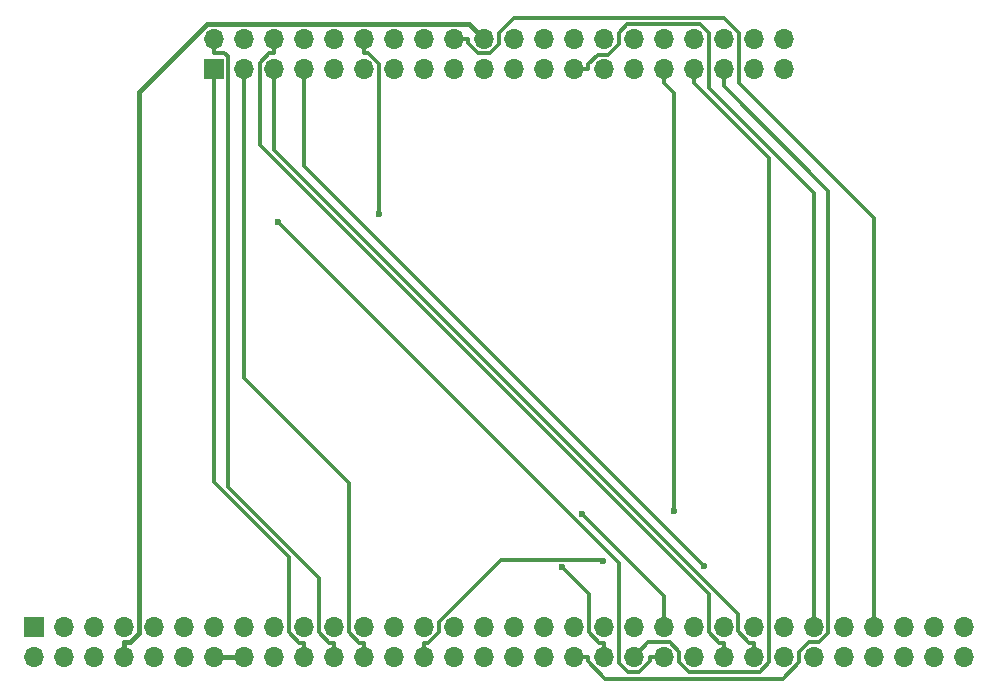
<source format=gbr>
%TF.GenerationSoftware,KiCad,Pcbnew,8.0.5*%
%TF.CreationDate,2024-10-04T15:35:42-04:00*%
%TF.ProjectId,TS 2068 Adapter,54532032-3036-4382-9041-646170746572,rev?*%
%TF.SameCoordinates,Original*%
%TF.FileFunction,Copper,L1,Top*%
%TF.FilePolarity,Positive*%
%FSLAX46Y46*%
G04 Gerber Fmt 4.6, Leading zero omitted, Abs format (unit mm)*
G04 Created by KiCad (PCBNEW 8.0.5) date 2024-10-04 15:35:42*
%MOMM*%
%LPD*%
G01*
G04 APERTURE LIST*
%TA.AperFunction,ComponentPad*%
%ADD10R,1.700000X1.700000*%
%TD*%
%TA.AperFunction,ComponentPad*%
%ADD11O,1.700000X1.700000*%
%TD*%
%TA.AperFunction,ViaPad*%
%ADD12C,0.600000*%
%TD*%
%TA.AperFunction,Conductor*%
%ADD13C,0.300000*%
%TD*%
%TA.AperFunction,Conductor*%
%ADD14C,0.400000*%
%TD*%
G04 APERTURE END LIST*
D10*
%TO.P,J1,1,Pin_1*%
%TO.N,/Z80_A0*%
X77724000Y-97536000D03*
D11*
%TO.P,J1,2,Pin_2*%
%TO.N,/Z80_A1*%
X77724000Y-94996000D03*
%TO.P,J1,3,Pin_3*%
%TO.N,/Z80_A2*%
X80264000Y-97536000D03*
%TO.P,J1,4,Pin_4*%
%TO.N,/Z80_A3*%
X80264000Y-94996000D03*
%TO.P,J1,5,Pin_5*%
%TO.N,/Z80_A4*%
X82804000Y-97536000D03*
%TO.P,J1,6,Pin_6*%
%TO.N,/Z80_A5*%
X82804000Y-94996000D03*
%TO.P,J1,7,Pin_7*%
%TO.N,/Z80_A6*%
X85344000Y-97536000D03*
%TO.P,J1,8,Pin_8*%
%TO.N,/Z80_A7*%
X85344000Y-94996000D03*
%TO.P,J1,9,Pin_9*%
%TO.N,/Z80_D0*%
X87884000Y-97536000D03*
%TO.P,J1,10,Pin_10*%
%TO.N,/Z80_D1*%
X87884000Y-94996000D03*
%TO.P,J1,11,Pin_11*%
%TO.N,/Z80_D2*%
X90424000Y-97536000D03*
%TO.P,J1,12,Pin_12*%
%TO.N,/Z80_D3*%
X90424000Y-94996000D03*
%TO.P,J1,13,Pin_13*%
%TO.N,/Z80_D4*%
X92964000Y-97536000D03*
%TO.P,J1,14,Pin_14*%
%TO.N,/Z80_D5*%
X92964000Y-94996000D03*
%TO.P,J1,15,Pin_15*%
%TO.N,/Z80_D6*%
X95504000Y-97536000D03*
%TO.P,J1,16,Pin_16*%
%TO.N,/Z80_D7*%
X95504000Y-94996000D03*
%TO.P,J1,17,Pin_17*%
%TO.N,/SPARE1*%
X98044000Y-97536000D03*
%TO.P,J1,18,Pin_18*%
%TO.N,/SPARE2*%
X98044000Y-94996000D03*
%TO.P,J1,19,Pin_19*%
%TO.N,/SPARE3*%
X100584000Y-97536000D03*
%TO.P,J1,20,Pin_20*%
%TO.N,/5V*%
X100584000Y-94996000D03*
%TO.P,J1,21,Pin_21*%
%TO.N,/GND*%
X103124000Y-97536000D03*
%TO.P,J1,22,Pin_22*%
%TO.N,/SPARE4*%
X103124000Y-94996000D03*
%TO.P,J1,23,Pin_23*%
%TO.N,/RESET*%
X105664000Y-97536000D03*
%TO.P,J1,24,Pin_24*%
%TO.N,/BUSACK*%
X105664000Y-94996000D03*
%TO.P,J1,25,Pin_25*%
%TO.N,/ROMCS*%
X108204000Y-97536000D03*
%TO.P,J1,26,Pin_26*%
%TO.N,/NMI*%
X108204000Y-94996000D03*
%TO.P,J1,27,Pin_27*%
%TO.N,/WAIT*%
X110744000Y-97536000D03*
%TO.P,J1,28,Pin_28*%
%TO.N,/BUSRQ*%
X110744000Y-94996000D03*
%TO.P,J1,29,Pin_29*%
%TO.N,/MEMRQ*%
X113284000Y-97536000D03*
%TO.P,J1,30,Pin_30*%
%TO.N,/IORQ*%
X113284000Y-94996000D03*
%TO.P,J1,31,Pin_31*%
%TO.N,/RW*%
X115824000Y-97536000D03*
%TO.P,J1,32,Pin_32*%
%TO.N,/RD*%
X115824000Y-94996000D03*
%TO.P,J1,33,Pin_33*%
%TO.N,/Z80_A8*%
X118364000Y-97536000D03*
%TO.P,J1,34,Pin_34*%
%TO.N,/Z80_A9*%
X118364000Y-94996000D03*
%TO.P,J1,35,Pin_35*%
%TO.N,/Z80_A10*%
X120904000Y-97536000D03*
%TO.P,J1,36,Pin_36*%
%TO.N,/Z80_A11*%
X120904000Y-94996000D03*
%TO.P,J1,37,Pin_37*%
%TO.N,/Z80_A12*%
X123444000Y-97536000D03*
%TO.P,J1,38,Pin_38*%
%TO.N,/Z80_A13*%
X123444000Y-94996000D03*
%TO.P,J1,39,Pin_39*%
%TO.N,/Z80_A14*%
X125984000Y-97536000D03*
%TO.P,J1,40,Pin_40*%
%TO.N,/Z80_A15*%
X125984000Y-94996000D03*
%TD*%
D10*
%TO.P,U1,1,Gnd*%
%TO.N,unconnected-(U1-Gnd-Pad1)*%
X62484000Y-144780000D03*
D11*
%TO.P,U1,2,Gnd*%
%TO.N,unconnected-(U1-Gnd-Pad2)*%
X62484000Y-147320000D03*
%TO.P,U1,3,EAR*%
%TO.N,unconnected-(U1-EAR-Pad3)*%
X65024000Y-144780000D03*
%TO.P,U1,4,SPKR/TAPE*%
%TO.N,unconnected-(U1-SPKR{slash}TAPE-Pad4)*%
X65024000Y-147320000D03*
%TO.P,U1,5,A7RB*%
%TO.N,unconnected-(U1-A7RB-Pad5)*%
X67564000Y-144780000D03*
%TO.P,U1,6,15V*%
%TO.N,unconnected-(U1-15V-Pad6)*%
X67564000Y-147320000D03*
%TO.P,U1,7,D7*%
%TO.N,/Z80_D7*%
X70104000Y-144780000D03*
%TO.P,U1,8,5V*%
%TO.N,/5V*%
X70104000Y-147320000D03*
%TO.P,U1,9,DZIN*%
%TO.N,unconnected-(U1-DZIN-Pad9)*%
X72644000Y-144780000D03*
%TO.P,U1,10*%
%TO.N,N/C*%
X72644000Y-147320000D03*
%TO.P,U1,11*%
X75184000Y-144780000D03*
%TO.P,U1,12*%
X75184000Y-147320000D03*
%TO.P,U1,13,D0*%
%TO.N,/Z80_D0*%
X77724000Y-144780000D03*
%TO.P,U1,14,PWR_GND*%
%TO.N,/GND*%
X77724000Y-147320000D03*
%TO.P,U1,15,D1*%
%TO.N,/Z80_D1*%
X80264000Y-144780000D03*
%TO.P,U1,16,PWR_GND*%
%TO.N,/GND*%
X80264000Y-147320000D03*
%TO.P,U1,17,D2*%
%TO.N,/Z80_D2*%
X82804000Y-144780000D03*
%TO.P,U1,18,CLK*%
%TO.N,unconnected-(U1-CLK-Pad18)*%
X82804000Y-147320000D03*
%TO.P,U1,19,D6*%
%TO.N,/Z80_D6*%
X85344000Y-144780000D03*
%TO.P,U1,20,A0*%
%TO.N,/Z80_A0*%
X85344000Y-147320000D03*
%TO.P,U1,21,D5*%
%TO.N,/Z80_D5*%
X87884000Y-144780000D03*
%TO.P,U1,22,A1*%
%TO.N,/Z80_A1*%
X87884000Y-147320000D03*
%TO.P,U1,23,D3*%
%TO.N,/Z80_D3*%
X90424000Y-144780000D03*
%TO.P,U1,24,A2*%
%TO.N,/Z80_A2*%
X90424000Y-147320000D03*
%TO.P,U1,25,A13*%
%TO.N,/Z80_A13*%
X92964000Y-144780000D03*
%TO.P,U1,26,A3*%
%TO.N,/Z80_A3*%
X92964000Y-147320000D03*
%TO.P,U1,27,/INT*%
%TO.N,unconnected-(U1-{slash}INT-Pad27)*%
X95504000Y-144780000D03*
%TO.P,U1,28,A14*%
%TO.N,/Z80_A14*%
X95504000Y-147320000D03*
%TO.P,U1,29,/NMI*%
%TO.N,/NMI*%
X98044000Y-144780000D03*
%TO.P,U1,30,A15*%
%TO.N,/Z80_A15*%
X98044000Y-147320000D03*
%TO.P,U1,31,/HALT*%
%TO.N,unconnected-(U1-{slash}HALT-Pad31)*%
X100584000Y-144780000D03*
%TO.P,U1,32*%
%TO.N,N/C*%
X100584000Y-147320000D03*
%TO.P,U1,33,/MEMRQB*%
%TO.N,/MEMRQ*%
X103124000Y-144780000D03*
%TO.P,U1,34,A12*%
%TO.N,/Z80_A12*%
X103124000Y-147320000D03*
%TO.P,U1,35,/IORQB*%
%TO.N,/IORQ*%
X105664000Y-144780000D03*
%TO.P,U1,36,A11*%
%TO.N,/Z80_A11*%
X105664000Y-147320000D03*
%TO.P,U1,37,RDB*%
%TO.N,/RD*%
X108204000Y-144780000D03*
%TO.P,U1,38,A10*%
%TO.N,/Z80_A10*%
X108204000Y-147320000D03*
%TO.P,U1,39,WRB*%
%TO.N,/RW*%
X110744000Y-144780000D03*
%TO.P,U1,40,A9*%
%TO.N,/Z80_A9*%
X110744000Y-147320000D03*
%TO.P,U1,41,/BUSAK*%
%TO.N,/BUSACK*%
X113284000Y-144780000D03*
%TO.P,U1,42,A8*%
%TO.N,/Z80_A8*%
X113284000Y-147320000D03*
%TO.P,U1,43,/WAIT*%
%TO.N,/WAIT*%
X115824000Y-144780000D03*
%TO.P,U1,44,A7*%
%TO.N,/Z80_A7*%
X115824000Y-147320000D03*
%TO.P,U1,45,/BUSRQ*%
%TO.N,/BUSRQ*%
X118364000Y-144780000D03*
%TO.P,U1,46,A6*%
%TO.N,/Z80_A6*%
X118364000Y-147320000D03*
%TO.P,U1,47,/RESET*%
%TO.N,/RESET*%
X120904000Y-144780000D03*
%TO.P,U1,48,A5*%
%TO.N,/Z80_A5*%
X120904000Y-147320000D03*
%TO.P,U1,49,/M1*%
%TO.N,unconnected-(U1-{slash}M1-Pad49)*%
X123444000Y-144780000D03*
%TO.P,U1,50,A4*%
%TO.N,/Z80_A4*%
X123444000Y-147320000D03*
%TO.P,U1,51,/RFSHB*%
%TO.N,unconnected-(U1-{slash}RFSHB-Pad51)*%
X125984000Y-144780000D03*
%TO.P,U1,52,DZOUT*%
%TO.N,unconnected-(U1-DZOUT-Pad52)*%
X125984000Y-147320000D03*
%TO.P,U1,53,/EXROM*%
%TO.N,/ROMCS*%
X128524000Y-144780000D03*
%TO.P,U1,54,RGB_RD*%
%TO.N,unconnected-(U1-RGB_RD-Pad54)*%
X128524000Y-147320000D03*
%TO.P,U1,55,/ROSCS*%
%TO.N,/SPARE3*%
X131064000Y-144780000D03*
%TO.P,U1,56,RGB_GRN*%
%TO.N,unconnected-(U1-RGB_GRN-Pad56)*%
X131064000Y-147320000D03*
%TO.P,U1,57,/BE*%
%TO.N,/SPARE2*%
X133604000Y-144780000D03*
%TO.P,U1,58,RGB_BLU*%
%TO.N,unconnected-(U1-RGB_BLU-Pad58)*%
X133604000Y-147320000D03*
%TO.P,U1,59,IOA5*%
%TO.N,unconnected-(U1-IOA5-Pad59)*%
X136144000Y-144780000D03*
%TO.P,U1,60,BUSISO*%
%TO.N,/SPARE1*%
X136144000Y-147320000D03*
%TO.P,U1,61,Sound*%
%TO.N,unconnected-(U1-Sound-Pad61)*%
X138684000Y-144780000D03*
%TO.P,U1,62,Video*%
%TO.N,unconnected-(U1-Video-Pad62)*%
X138684000Y-147320000D03*
%TO.P,U1,63,Gnd*%
%TO.N,unconnected-(U1-Gnd-Pad63)*%
X141224000Y-144780000D03*
%TO.P,U1,64,Gnd*%
%TO.N,unconnected-(U1-Gnd-Pad64)*%
X141224000Y-147320000D03*
%TD*%
D12*
%TO.N,/Z80_A9*%
X107239100Y-139758600D03*
%TO.N,/WAIT*%
X108895100Y-135264700D03*
%TO.N,/Z80_D3*%
X91694000Y-109847500D03*
%TO.N,/Z80_A7*%
X83156900Y-110490800D03*
%TO.N,/Z80_A6*%
X119217300Y-139622500D03*
%TO.N,/RW*%
X116674700Y-135012700D03*
%TO.N,/Z80_A14*%
X110711800Y-139221600D03*
%TD*%
D13*
%TO.N,/Z80_A10*%
X109405700Y-147693500D02*
X110884700Y-149172500D01*
X110884700Y-149172500D02*
X125881600Y-149172500D01*
X127254000Y-146876600D02*
X128080600Y-146050000D01*
X129740900Y-145276400D02*
X129740900Y-107862300D01*
X128080600Y-146050000D02*
X128967300Y-146050000D01*
X125881600Y-149172500D02*
X127254000Y-147800100D01*
X109405700Y-147320000D02*
X109405700Y-147693500D01*
X120904000Y-99025400D02*
X120904000Y-97536000D01*
X108204000Y-147320000D02*
X109405700Y-147320000D01*
X127254000Y-147800100D02*
X127254000Y-146876600D01*
X128967300Y-146050000D02*
X129740900Y-145276400D01*
X129740900Y-107862300D02*
X120904000Y-99025400D01*
%TO.N,/Z80_A9*%
X107239100Y-139758600D02*
X109473900Y-141993400D01*
X110370500Y-146118300D02*
X110744000Y-146118300D01*
X110744000Y-147320000D02*
X110744000Y-146118300D01*
X109473900Y-145221700D02*
X110370500Y-146118300D01*
X109473900Y-141993400D02*
X109473900Y-145221700D01*
%TO.N,/SPARE2*%
X100088500Y-96214300D02*
X101079000Y-96214300D01*
X99245700Y-95371500D02*
X100088500Y-96214300D01*
X99245700Y-94996000D02*
X99245700Y-95371500D01*
X133604000Y-110166200D02*
X133604000Y-144780000D01*
X101854000Y-95439300D02*
X101854000Y-94514800D01*
X122174000Y-98736200D02*
X133604000Y-110166200D01*
X103109300Y-93259500D02*
X120935800Y-93259500D01*
X101854000Y-94514800D02*
X103109300Y-93259500D01*
X122174000Y-94497700D02*
X122174000Y-98736200D01*
X98044000Y-94996000D02*
X99245700Y-94996000D01*
X120935800Y-93259500D02*
X122174000Y-94497700D01*
X101079000Y-96214300D02*
X101854000Y-95439300D01*
%TO.N,/WAIT*%
X115824000Y-142193600D02*
X108895100Y-135264700D01*
X115824000Y-143578300D02*
X115824000Y-142193600D01*
X115824000Y-144780000D02*
X115824000Y-143578300D01*
%TO.N,/Z80_A8*%
X116319000Y-146101700D02*
X114502300Y-146101700D01*
X117915800Y-148580200D02*
X117094000Y-147758400D01*
X124712500Y-147797600D02*
X123929900Y-148580200D01*
X117094000Y-147758400D02*
X117094000Y-146876700D01*
X124712500Y-105086200D02*
X124712500Y-147797600D01*
X123929900Y-148580200D02*
X117915800Y-148580200D01*
X114502300Y-146101700D02*
X113284000Y-147320000D01*
X118364000Y-97536000D02*
X118364000Y-98737700D01*
X118364000Y-98737700D02*
X124712500Y-105086200D01*
X117094000Y-146876700D02*
X116319000Y-146101700D01*
%TO.N,/Z80_D3*%
X90424000Y-96197700D02*
X90799500Y-96197700D01*
X91694000Y-97092200D02*
X91694000Y-109847500D01*
X90424000Y-94996000D02*
X90424000Y-96197700D01*
X90799500Y-96197700D02*
X91694000Y-97092200D01*
D14*
%TO.N,/5V*%
X70622700Y-146068300D02*
X70104000Y-146068300D01*
X77186300Y-93718200D02*
X71374000Y-99530500D01*
X71374000Y-99530500D02*
X71374000Y-145317000D01*
X99306200Y-93718200D02*
X77186300Y-93718200D01*
X100584000Y-94996000D02*
X99306200Y-93718200D01*
X70104000Y-147320000D02*
X70104000Y-146068300D01*
X71374000Y-145317000D02*
X70622700Y-146068300D01*
D13*
%TO.N,/Z80_A7*%
X83156900Y-110490800D02*
X112014000Y-139347900D01*
X114622300Y-147693500D02*
X114622300Y-147320000D01*
X113720300Y-148595500D02*
X114622300Y-147693500D01*
X112799600Y-148595500D02*
X113720300Y-148595500D01*
X112014000Y-139347900D02*
X112014000Y-147809900D01*
X115824000Y-147320000D02*
X114622300Y-147320000D01*
X112014000Y-147809900D02*
X112799600Y-148595500D01*
%TO.N,/ROMCS*%
X128524000Y-108064200D02*
X128524000Y-143578300D01*
X112744700Y-93784100D02*
X118918300Y-93784100D01*
X128524000Y-144780000D02*
X128524000Y-143578300D01*
X111119000Y-96334300D02*
X112014000Y-95439300D01*
X119634000Y-94499800D02*
X119634000Y-99174200D01*
X110231800Y-96334300D02*
X111119000Y-96334300D01*
X108204000Y-97536000D02*
X109405700Y-97536000D01*
X109405700Y-97160400D02*
X110231800Y-96334300D01*
X112014000Y-94514800D02*
X112744700Y-93784100D01*
X112014000Y-95439300D02*
X112014000Y-94514800D01*
X118918300Y-93784100D02*
X119634000Y-94499800D01*
X109405700Y-97536000D02*
X109405700Y-97160400D01*
X119634000Y-99174200D02*
X128524000Y-108064200D01*
%TO.N,/Z80_A1*%
X87884000Y-147320000D02*
X87884000Y-146118300D01*
X77724000Y-96197700D02*
X78625300Y-96197700D01*
X78625300Y-96197700D02*
X78925700Y-96498100D01*
X87510500Y-146118300D02*
X87884000Y-146118300D01*
X78925700Y-96498100D02*
X78925700Y-132928900D01*
X86614000Y-145221800D02*
X87510500Y-146118300D01*
X78925700Y-132928900D02*
X86614000Y-140617200D01*
X77724000Y-94996000D02*
X77724000Y-96197700D01*
X86614000Y-140617200D02*
X86614000Y-145221800D01*
%TO.N,/Z80_A5*%
X82428500Y-96197700D02*
X82804000Y-96197700D01*
X81601800Y-103967000D02*
X81601800Y-97024400D01*
X120530500Y-146118300D02*
X119634000Y-145221800D01*
X119634000Y-141999200D02*
X81601800Y-103967000D01*
X120904000Y-146118300D02*
X120530500Y-146118300D01*
X120904000Y-147320000D02*
X120904000Y-146118300D01*
X119634000Y-145221800D02*
X119634000Y-141999200D01*
X81601800Y-97024400D02*
X82428500Y-96197700D01*
X82804000Y-94996000D02*
X82804000Y-96197700D01*
%TO.N,/Z80_A6*%
X85344000Y-105749200D02*
X85344000Y-98737700D01*
X85344000Y-97536000D02*
X85344000Y-98737700D01*
X119217300Y-139622500D02*
X85344000Y-105749200D01*
D14*
%TO.N,/GND*%
X80264000Y-147320000D02*
X77724000Y-147320000D01*
D13*
%TO.N,/Z80_A0*%
X77724000Y-97536000D02*
X77724000Y-132536700D01*
X84074000Y-138886700D02*
X84074000Y-145221800D01*
X84970500Y-146118300D02*
X85344000Y-146118300D01*
X85344000Y-147320000D02*
X85344000Y-146118300D01*
X84074000Y-145221800D02*
X84970500Y-146118300D01*
X77724000Y-132536700D02*
X84074000Y-138886700D01*
%TO.N,/Z80_A4*%
X82804000Y-104436100D02*
X82804000Y-98737700D01*
X122105700Y-143737800D02*
X82804000Y-104436100D01*
X82804000Y-97536000D02*
X82804000Y-98737700D01*
X123444000Y-147320000D02*
X123444000Y-146118300D01*
X123070500Y-146118300D02*
X122105700Y-145153500D01*
X122105700Y-145153500D02*
X122105700Y-143737800D01*
X123444000Y-146118300D02*
X123070500Y-146118300D01*
%TO.N,/RW*%
X115824000Y-98737700D02*
X116674700Y-99588400D01*
X115824000Y-97536000D02*
X115824000Y-98737700D01*
X116674700Y-99588400D02*
X116674700Y-135012700D01*
%TO.N,/Z80_A14*%
X95877500Y-146118300D02*
X96774000Y-145221800D01*
X102003800Y-139106900D02*
X110597100Y-139106900D01*
X95504000Y-147320000D02*
X95504000Y-146118300D01*
X96774000Y-144336700D02*
X102003800Y-139106900D01*
X95504000Y-146118300D02*
X95877500Y-146118300D01*
X110597100Y-139106900D02*
X110711800Y-139221600D01*
X96774000Y-145221800D02*
X96774000Y-144336700D01*
%TO.N,/Z80_A2*%
X89154000Y-132647400D02*
X80264000Y-123757400D01*
X80264000Y-123757400D02*
X80264000Y-98737700D01*
X89154000Y-145221800D02*
X89154000Y-132647400D01*
X80264000Y-97536000D02*
X80264000Y-98737700D01*
X90424000Y-147320000D02*
X90424000Y-146118300D01*
X90050500Y-146118300D02*
X89154000Y-145221800D01*
X90424000Y-146118300D02*
X90050500Y-146118300D01*
%TD*%
M02*

</source>
